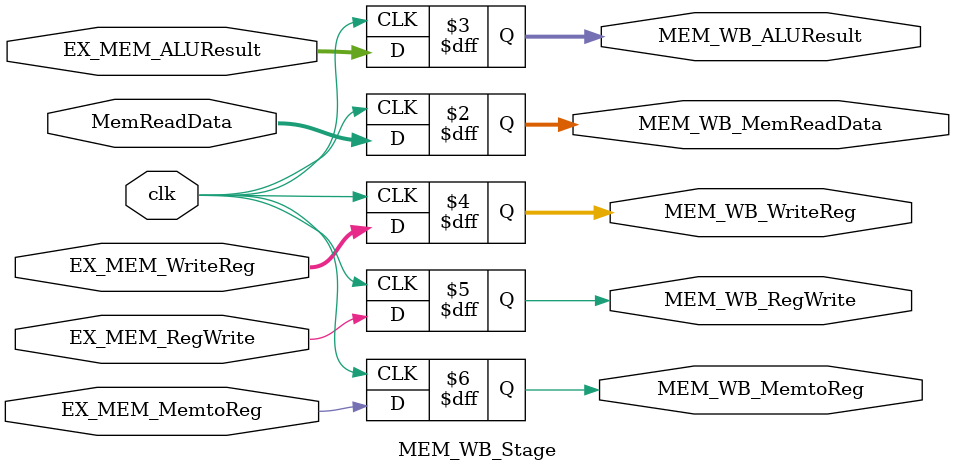
<source format=v>
module MEM_WB_Stage(
    output reg [31:0] MEM_WB_MemReadData, MEM_WB_ALUResult,
    output reg [4:0] MEM_WB_WriteReg,
    output reg MEM_WB_RegWrite, MEM_WB_MemtoReg,
    input wire [31:0] MemReadData, EX_MEM_ALUResult,
    input wire [4:0] EX_MEM_WriteReg,
    input wire EX_MEM_RegWrite, EX_MEM_MemtoReg, clk
);
always @(posedge clk) begin
    // MEM_WB Stage
	MEM_WB_MemReadData <= MemReadData;
    MEM_WB_ALUResult <= EX_MEM_ALUResult;
    MEM_WB_WriteReg <= EX_MEM_WriteReg;
    MEM_WB_RegWrite <= EX_MEM_RegWrite;
    MEM_WB_MemtoReg <= EX_MEM_MemtoReg;
end
endmodule

</source>
